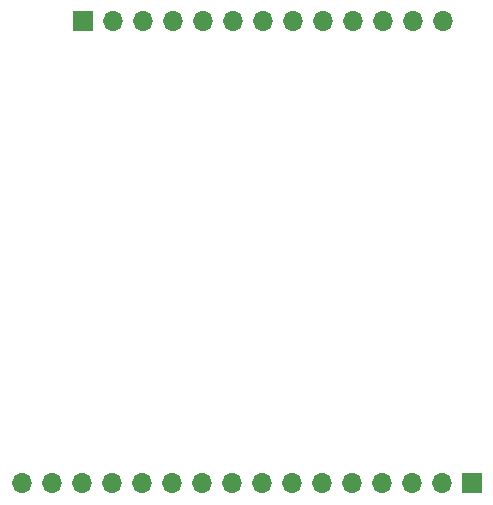
<source format=gbr>
%TF.GenerationSoftware,KiCad,Pcbnew,(6.0.0-0)*%
%TF.CreationDate,2022-01-17T21:16:48-05:00*%
%TF.ProjectId,Modules,4d6f6475-6c65-4732-9e6b-696361645f70,rev?*%
%TF.SameCoordinates,Original*%
%TF.FileFunction,Soldermask,Bot*%
%TF.FilePolarity,Negative*%
%FSLAX46Y46*%
G04 Gerber Fmt 4.6, Leading zero omitted, Abs format (unit mm)*
G04 Created by KiCad (PCBNEW (6.0.0-0)) date 2022-01-17 21:16:48*
%MOMM*%
%LPD*%
G01*
G04 APERTURE LIST*
%ADD10O,1.700000X1.700000*%
%ADD11R,1.700000X1.700000*%
G04 APERTURE END LIST*
D10*
%TO.C,J1*%
X197750000Y-102825000D03*
X200290000Y-102825000D03*
X202830000Y-102825000D03*
X205370000Y-102825000D03*
X207910000Y-102825000D03*
X210450000Y-102825000D03*
X212990000Y-102825000D03*
X215530000Y-102825000D03*
X218070000Y-102825000D03*
X220610000Y-102825000D03*
X223150000Y-102825000D03*
X225690000Y-102825000D03*
X228230000Y-102825000D03*
X230770000Y-102825000D03*
X233310000Y-102825000D03*
D11*
X235850000Y-102825000D03*
%TD*%
%TO.C,JC*%
X202900000Y-63750000D03*
D10*
X205440000Y-63750000D03*
X207980000Y-63750000D03*
X210520000Y-63750000D03*
X213060000Y-63750000D03*
X215600000Y-63750000D03*
X218140000Y-63750000D03*
X220680000Y-63750000D03*
X223220000Y-63750000D03*
X225760000Y-63750000D03*
X228300000Y-63750000D03*
X230840000Y-63750000D03*
X233380000Y-63750000D03*
%TD*%
M02*

</source>
